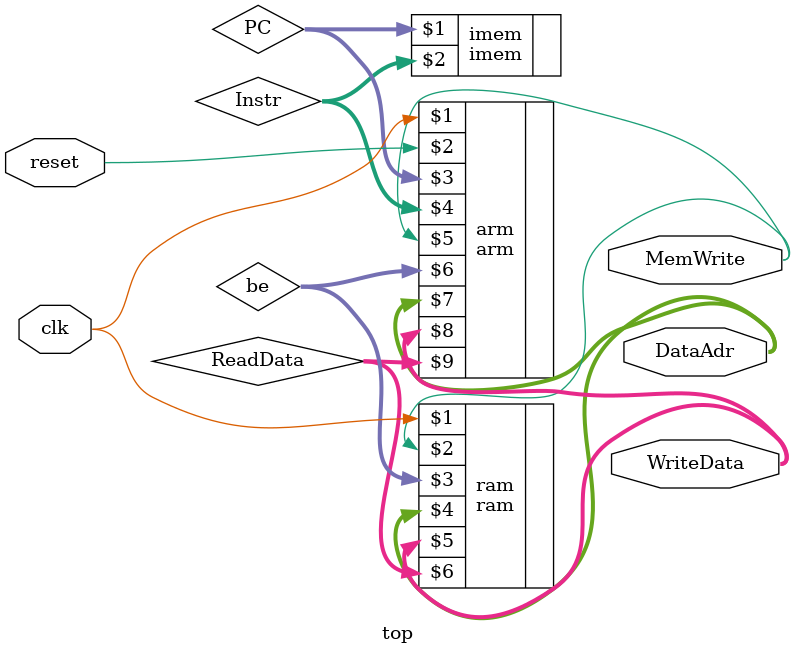
<source format=sv>
module top(
    input  logic clk, reset,
    output logic [31:0] DataAdr,
    output logic [31:0] WriteData,
    output logic MemWrite
    );

    logic [31:0] PC, Instr, ReadData;
	logic [3:0] be;

    // instantiate processor and memories
    arm  arm (clk, reset, PC, Instr, MemWrite, be, DataAdr, WriteData, ReadData);
    
    imem imem(PC, Instr);
    
    ram ram(clk, MemWrite, be, DataAdr, WriteData, ReadData);
endmodule

</source>
